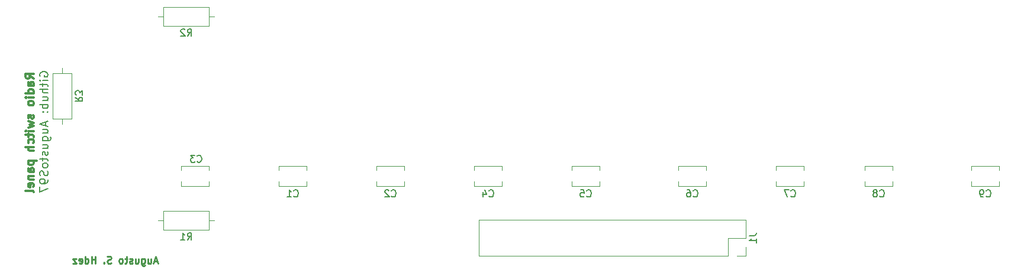
<source format=gbr>
%TF.GenerationSoftware,KiCad,Pcbnew,(5.1.9)-1*%
%TF.CreationDate,2021-09-28T20:53:43+01:00*%
%TF.ProjectId,cessna_switch_radio,63657373-6e61-45f7-9377-697463685f72,rev?*%
%TF.SameCoordinates,Original*%
%TF.FileFunction,Legend,Bot*%
%TF.FilePolarity,Positive*%
%FSLAX46Y46*%
G04 Gerber Fmt 4.6, Leading zero omitted, Abs format (unit mm)*
G04 Created by KiCad (PCBNEW (5.1.9)-1) date 2021-09-28 20:53:43*
%MOMM*%
%LPD*%
G01*
G04 APERTURE LIST*
%ADD10C,0.150000*%
%ADD11C,0.300000*%
%ADD12C,0.250000*%
%ADD13C,0.120000*%
G04 APERTURE END LIST*
D10*
X32420000Y-36535714D02*
X32362857Y-36421428D01*
X32362857Y-36250000D01*
X32420000Y-36078571D01*
X32534285Y-35964285D01*
X32648571Y-35907142D01*
X32877142Y-35850000D01*
X33048571Y-35850000D01*
X33277142Y-35907142D01*
X33391428Y-35964285D01*
X33505714Y-36078571D01*
X33562857Y-36250000D01*
X33562857Y-36364285D01*
X33505714Y-36535714D01*
X33448571Y-36592857D01*
X33048571Y-36592857D01*
X33048571Y-36364285D01*
X33562857Y-37107142D02*
X32762857Y-37107142D01*
X32362857Y-37107142D02*
X32420000Y-37050000D01*
X32477142Y-37107142D01*
X32420000Y-37164285D01*
X32362857Y-37107142D01*
X32477142Y-37107142D01*
X32762857Y-37507142D02*
X32762857Y-37964285D01*
X32362857Y-37678571D02*
X33391428Y-37678571D01*
X33505714Y-37735714D01*
X33562857Y-37850000D01*
X33562857Y-37964285D01*
X33562857Y-38364285D02*
X32362857Y-38364285D01*
X33562857Y-38878571D02*
X32934285Y-38878571D01*
X32820000Y-38821428D01*
X32762857Y-38707142D01*
X32762857Y-38535714D01*
X32820000Y-38421428D01*
X32877142Y-38364285D01*
X32762857Y-39964285D02*
X33562857Y-39964285D01*
X32762857Y-39450000D02*
X33391428Y-39450000D01*
X33505714Y-39507142D01*
X33562857Y-39621428D01*
X33562857Y-39792857D01*
X33505714Y-39907142D01*
X33448571Y-39964285D01*
X33562857Y-40535714D02*
X32362857Y-40535714D01*
X32820000Y-40535714D02*
X32762857Y-40650000D01*
X32762857Y-40878571D01*
X32820000Y-40992857D01*
X32877142Y-41050000D01*
X32991428Y-41107142D01*
X33334285Y-41107142D01*
X33448571Y-41050000D01*
X33505714Y-40992857D01*
X33562857Y-40878571D01*
X33562857Y-40650000D01*
X33505714Y-40535714D01*
X33448571Y-41621428D02*
X33505714Y-41678571D01*
X33562857Y-41621428D01*
X33505714Y-41564285D01*
X33448571Y-41621428D01*
X33562857Y-41621428D01*
X32820000Y-41621428D02*
X32877142Y-41678571D01*
X32934285Y-41621428D01*
X32877142Y-41564285D01*
X32820000Y-41621428D01*
X32934285Y-41621428D01*
X33220000Y-43050000D02*
X33220000Y-43621428D01*
X33562857Y-42935714D02*
X32362857Y-43335714D01*
X33562857Y-43735714D01*
X32762857Y-44650000D02*
X33562857Y-44650000D01*
X32762857Y-44135714D02*
X33391428Y-44135714D01*
X33505714Y-44192857D01*
X33562857Y-44307142D01*
X33562857Y-44478571D01*
X33505714Y-44592857D01*
X33448571Y-44650000D01*
X32762857Y-45735714D02*
X33734285Y-45735714D01*
X33848571Y-45678571D01*
X33905714Y-45621428D01*
X33962857Y-45507142D01*
X33962857Y-45335714D01*
X33905714Y-45221428D01*
X33505714Y-45735714D02*
X33562857Y-45621428D01*
X33562857Y-45392857D01*
X33505714Y-45278571D01*
X33448571Y-45221428D01*
X33334285Y-45164285D01*
X32991428Y-45164285D01*
X32877142Y-45221428D01*
X32820000Y-45278571D01*
X32762857Y-45392857D01*
X32762857Y-45621428D01*
X32820000Y-45735714D01*
X32762857Y-46821428D02*
X33562857Y-46821428D01*
X32762857Y-46307142D02*
X33391428Y-46307142D01*
X33505714Y-46364285D01*
X33562857Y-46478571D01*
X33562857Y-46650000D01*
X33505714Y-46764285D01*
X33448571Y-46821428D01*
X33505714Y-47335714D02*
X33562857Y-47450000D01*
X33562857Y-47678571D01*
X33505714Y-47792857D01*
X33391428Y-47850000D01*
X33334285Y-47850000D01*
X33220000Y-47792857D01*
X33162857Y-47678571D01*
X33162857Y-47507142D01*
X33105714Y-47392857D01*
X32991428Y-47335714D01*
X32934285Y-47335714D01*
X32820000Y-47392857D01*
X32762857Y-47507142D01*
X32762857Y-47678571D01*
X32820000Y-47792857D01*
X32762857Y-48192857D02*
X32762857Y-48650000D01*
X32362857Y-48364285D02*
X33391428Y-48364285D01*
X33505714Y-48421428D01*
X33562857Y-48535714D01*
X33562857Y-48650000D01*
X33562857Y-49221428D02*
X33505714Y-49107142D01*
X33448571Y-49050000D01*
X33334285Y-48992857D01*
X32991428Y-48992857D01*
X32877142Y-49050000D01*
X32820000Y-49107142D01*
X32762857Y-49221428D01*
X32762857Y-49392857D01*
X32820000Y-49507142D01*
X32877142Y-49564285D01*
X32991428Y-49621428D01*
X33334285Y-49621428D01*
X33448571Y-49564285D01*
X33505714Y-49507142D01*
X33562857Y-49392857D01*
X33562857Y-49221428D01*
X33505714Y-50078571D02*
X33562857Y-50250000D01*
X33562857Y-50535714D01*
X33505714Y-50650000D01*
X33448571Y-50707142D01*
X33334285Y-50764285D01*
X33220000Y-50764285D01*
X33105714Y-50707142D01*
X33048571Y-50650000D01*
X32991428Y-50535714D01*
X32934285Y-50307142D01*
X32877142Y-50192857D01*
X32820000Y-50135714D01*
X32705714Y-50078571D01*
X32591428Y-50078571D01*
X32477142Y-50135714D01*
X32420000Y-50192857D01*
X32362857Y-50307142D01*
X32362857Y-50592857D01*
X32420000Y-50764285D01*
X33562857Y-51335714D02*
X33562857Y-51564285D01*
X33505714Y-51678571D01*
X33448571Y-51735714D01*
X33277142Y-51850000D01*
X33048571Y-51907142D01*
X32591428Y-51907142D01*
X32477142Y-51850000D01*
X32420000Y-51792857D01*
X32362857Y-51678571D01*
X32362857Y-51450000D01*
X32420000Y-51335714D01*
X32477142Y-51278571D01*
X32591428Y-51221428D01*
X32877142Y-51221428D01*
X32991428Y-51278571D01*
X33048571Y-51335714D01*
X33105714Y-51450000D01*
X33105714Y-51678571D01*
X33048571Y-51792857D01*
X32991428Y-51850000D01*
X32877142Y-51907142D01*
X32362857Y-52307142D02*
X32362857Y-53107142D01*
X33562857Y-52592857D01*
D11*
X31530857Y-36862714D02*
X30959428Y-36462714D01*
X31530857Y-36177000D02*
X30330857Y-36177000D01*
X30330857Y-36634142D01*
X30388000Y-36748428D01*
X30445142Y-36805571D01*
X30559428Y-36862714D01*
X30730857Y-36862714D01*
X30845142Y-36805571D01*
X30902285Y-36748428D01*
X30959428Y-36634142D01*
X30959428Y-36177000D01*
X31530857Y-37891285D02*
X30902285Y-37891285D01*
X30788000Y-37834142D01*
X30730857Y-37719857D01*
X30730857Y-37491285D01*
X30788000Y-37377000D01*
X31473714Y-37891285D02*
X31530857Y-37777000D01*
X31530857Y-37491285D01*
X31473714Y-37377000D01*
X31359428Y-37319857D01*
X31245142Y-37319857D01*
X31130857Y-37377000D01*
X31073714Y-37491285D01*
X31073714Y-37777000D01*
X31016571Y-37891285D01*
X31530857Y-38977000D02*
X30330857Y-38977000D01*
X31473714Y-38977000D02*
X31530857Y-38862714D01*
X31530857Y-38634142D01*
X31473714Y-38519857D01*
X31416571Y-38462714D01*
X31302285Y-38405571D01*
X30959428Y-38405571D01*
X30845142Y-38462714D01*
X30788000Y-38519857D01*
X30730857Y-38634142D01*
X30730857Y-38862714D01*
X30788000Y-38977000D01*
X31530857Y-39548428D02*
X30730857Y-39548428D01*
X30330857Y-39548428D02*
X30388000Y-39491285D01*
X30445142Y-39548428D01*
X30388000Y-39605571D01*
X30330857Y-39548428D01*
X30445142Y-39548428D01*
X31530857Y-40291285D02*
X31473714Y-40177000D01*
X31416571Y-40119857D01*
X31302285Y-40062714D01*
X30959428Y-40062714D01*
X30845142Y-40119857D01*
X30788000Y-40177000D01*
X30730857Y-40291285D01*
X30730857Y-40462714D01*
X30788000Y-40577000D01*
X30845142Y-40634142D01*
X30959428Y-40691285D01*
X31302285Y-40691285D01*
X31416571Y-40634142D01*
X31473714Y-40577000D01*
X31530857Y-40462714D01*
X31530857Y-40291285D01*
X31473714Y-42062714D02*
X31530857Y-42177000D01*
X31530857Y-42405571D01*
X31473714Y-42519857D01*
X31359428Y-42577000D01*
X31302285Y-42577000D01*
X31188000Y-42519857D01*
X31130857Y-42405571D01*
X31130857Y-42234142D01*
X31073714Y-42119857D01*
X30959428Y-42062714D01*
X30902285Y-42062714D01*
X30788000Y-42119857D01*
X30730857Y-42234142D01*
X30730857Y-42405571D01*
X30788000Y-42519857D01*
X30730857Y-42977000D02*
X31530857Y-43205571D01*
X30959428Y-43434142D01*
X31530857Y-43662714D01*
X30730857Y-43891285D01*
X31530857Y-44348428D02*
X30730857Y-44348428D01*
X30330857Y-44348428D02*
X30388000Y-44291285D01*
X30445142Y-44348428D01*
X30388000Y-44405571D01*
X30330857Y-44348428D01*
X30445142Y-44348428D01*
X30730857Y-44748428D02*
X30730857Y-45205571D01*
X30330857Y-44919857D02*
X31359428Y-44919857D01*
X31473714Y-44977000D01*
X31530857Y-45091285D01*
X31530857Y-45205571D01*
X31473714Y-46119857D02*
X31530857Y-46005571D01*
X31530857Y-45777000D01*
X31473714Y-45662714D01*
X31416571Y-45605571D01*
X31302285Y-45548428D01*
X30959428Y-45548428D01*
X30845142Y-45605571D01*
X30788000Y-45662714D01*
X30730857Y-45777000D01*
X30730857Y-46005571D01*
X30788000Y-46119857D01*
X31530857Y-46634142D02*
X30330857Y-46634142D01*
X31530857Y-47148428D02*
X30902285Y-47148428D01*
X30788000Y-47091285D01*
X30730857Y-46976999D01*
X30730857Y-46805571D01*
X30788000Y-46691285D01*
X30845142Y-46634142D01*
X30730857Y-48634142D02*
X31930857Y-48634142D01*
X30788000Y-48634142D02*
X30730857Y-48748428D01*
X30730857Y-48976999D01*
X30788000Y-49091285D01*
X30845142Y-49148428D01*
X30959428Y-49205571D01*
X31302285Y-49205571D01*
X31416571Y-49148428D01*
X31473714Y-49091285D01*
X31530857Y-48976999D01*
X31530857Y-48748428D01*
X31473714Y-48634142D01*
X31530857Y-50234142D02*
X30902285Y-50234142D01*
X30788000Y-50176999D01*
X30730857Y-50062714D01*
X30730857Y-49834142D01*
X30788000Y-49719857D01*
X31473714Y-50234142D02*
X31530857Y-50119857D01*
X31530857Y-49834142D01*
X31473714Y-49719857D01*
X31359428Y-49662714D01*
X31245142Y-49662714D01*
X31130857Y-49719857D01*
X31073714Y-49834142D01*
X31073714Y-50119857D01*
X31016571Y-50234142D01*
X30730857Y-50805571D02*
X31530857Y-50805571D01*
X30845142Y-50805571D02*
X30788000Y-50862714D01*
X30730857Y-50976999D01*
X30730857Y-51148428D01*
X30788000Y-51262714D01*
X30902285Y-51319857D01*
X31530857Y-51319857D01*
X31473714Y-52348428D02*
X31530857Y-52234142D01*
X31530857Y-52005571D01*
X31473714Y-51891285D01*
X31359428Y-51834142D01*
X30902285Y-51834142D01*
X30788000Y-51891285D01*
X30730857Y-52005571D01*
X30730857Y-52234142D01*
X30788000Y-52348428D01*
X30902285Y-52405571D01*
X31016571Y-52405571D01*
X31130857Y-51834142D01*
X31530857Y-53091285D02*
X31473714Y-52976999D01*
X31359428Y-52919857D01*
X30330857Y-52919857D01*
D12*
X49203809Y-63031666D02*
X48727619Y-63031666D01*
X49299047Y-63317380D02*
X48965714Y-62317380D01*
X48632380Y-63317380D01*
X47870476Y-62650714D02*
X47870476Y-63317380D01*
X48299047Y-62650714D02*
X48299047Y-63174523D01*
X48251428Y-63269761D01*
X48156190Y-63317380D01*
X48013333Y-63317380D01*
X47918095Y-63269761D01*
X47870476Y-63222142D01*
X46965714Y-62650714D02*
X46965714Y-63460238D01*
X47013333Y-63555476D01*
X47060952Y-63603095D01*
X47156190Y-63650714D01*
X47299047Y-63650714D01*
X47394285Y-63603095D01*
X46965714Y-63269761D02*
X47060952Y-63317380D01*
X47251428Y-63317380D01*
X47346666Y-63269761D01*
X47394285Y-63222142D01*
X47441904Y-63126904D01*
X47441904Y-62841190D01*
X47394285Y-62745952D01*
X47346666Y-62698333D01*
X47251428Y-62650714D01*
X47060952Y-62650714D01*
X46965714Y-62698333D01*
X46060952Y-62650714D02*
X46060952Y-63317380D01*
X46489523Y-62650714D02*
X46489523Y-63174523D01*
X46441904Y-63269761D01*
X46346666Y-63317380D01*
X46203809Y-63317380D01*
X46108571Y-63269761D01*
X46060952Y-63222142D01*
X45632380Y-63269761D02*
X45537142Y-63317380D01*
X45346666Y-63317380D01*
X45251428Y-63269761D01*
X45203809Y-63174523D01*
X45203809Y-63126904D01*
X45251428Y-63031666D01*
X45346666Y-62984047D01*
X45489523Y-62984047D01*
X45584761Y-62936428D01*
X45632380Y-62841190D01*
X45632380Y-62793571D01*
X45584761Y-62698333D01*
X45489523Y-62650714D01*
X45346666Y-62650714D01*
X45251428Y-62698333D01*
X44918095Y-62650714D02*
X44537142Y-62650714D01*
X44775238Y-62317380D02*
X44775238Y-63174523D01*
X44727619Y-63269761D01*
X44632380Y-63317380D01*
X44537142Y-63317380D01*
X44060952Y-63317380D02*
X44156190Y-63269761D01*
X44203809Y-63222142D01*
X44251428Y-63126904D01*
X44251428Y-62841190D01*
X44203809Y-62745952D01*
X44156190Y-62698333D01*
X44060952Y-62650714D01*
X43918095Y-62650714D01*
X43822857Y-62698333D01*
X43775238Y-62745952D01*
X43727619Y-62841190D01*
X43727619Y-63126904D01*
X43775238Y-63222142D01*
X43822857Y-63269761D01*
X43918095Y-63317380D01*
X44060952Y-63317380D01*
X42584761Y-63269761D02*
X42441904Y-63317380D01*
X42203809Y-63317380D01*
X42108571Y-63269761D01*
X42060952Y-63222142D01*
X42013333Y-63126904D01*
X42013333Y-63031666D01*
X42060952Y-62936428D01*
X42108571Y-62888809D01*
X42203809Y-62841190D01*
X42394285Y-62793571D01*
X42489523Y-62745952D01*
X42537142Y-62698333D01*
X42584761Y-62603095D01*
X42584761Y-62507857D01*
X42537142Y-62412619D01*
X42489523Y-62365000D01*
X42394285Y-62317380D01*
X42156190Y-62317380D01*
X42013333Y-62365000D01*
X41584761Y-63222142D02*
X41537142Y-63269761D01*
X41584761Y-63317380D01*
X41632380Y-63269761D01*
X41584761Y-63222142D01*
X41584761Y-63317380D01*
X40346666Y-63317380D02*
X40346666Y-62317380D01*
X40346666Y-62793571D02*
X39775238Y-62793571D01*
X39775238Y-63317380D02*
X39775238Y-62317380D01*
X38870476Y-63317380D02*
X38870476Y-62317380D01*
X38870476Y-63269761D02*
X38965714Y-63317380D01*
X39156190Y-63317380D01*
X39251428Y-63269761D01*
X39299047Y-63222142D01*
X39346666Y-63126904D01*
X39346666Y-62841190D01*
X39299047Y-62745952D01*
X39251428Y-62698333D01*
X39156190Y-62650714D01*
X38965714Y-62650714D01*
X38870476Y-62698333D01*
X38013333Y-63269761D02*
X38108571Y-63317380D01*
X38299047Y-63317380D01*
X38394285Y-63269761D01*
X38441904Y-63174523D01*
X38441904Y-62793571D01*
X38394285Y-62698333D01*
X38299047Y-62650714D01*
X38108571Y-62650714D01*
X38013333Y-62698333D01*
X37965714Y-62793571D01*
X37965714Y-62888809D01*
X38441904Y-62984047D01*
X37632380Y-62650714D02*
X37108571Y-62650714D01*
X37632380Y-63317380D01*
X37108571Y-63317380D01*
D13*
%TO.C,R3*%
X36930000Y-42640000D02*
X34190000Y-42640000D01*
X34190000Y-42640000D02*
X34190000Y-36100000D01*
X34190000Y-36100000D02*
X36930000Y-36100000D01*
X36930000Y-36100000D02*
X36930000Y-42640000D01*
X35560000Y-43410000D02*
X35560000Y-42640000D01*
X35560000Y-35330000D02*
X35560000Y-36100000D01*
%TO.C,R2*%
X50070000Y-29310000D02*
X50070000Y-26570000D01*
X50070000Y-26570000D02*
X56610000Y-26570000D01*
X56610000Y-26570000D02*
X56610000Y-29310000D01*
X56610000Y-29310000D02*
X50070000Y-29310000D01*
X49300000Y-27940000D02*
X50070000Y-27940000D01*
X57380000Y-27940000D02*
X56610000Y-27940000D01*
%TO.C,R1*%
X50070000Y-58520000D02*
X50070000Y-55780000D01*
X50070000Y-55780000D02*
X56610000Y-55780000D01*
X56610000Y-55780000D02*
X56610000Y-58520000D01*
X56610000Y-58520000D02*
X50070000Y-58520000D01*
X49300000Y-57150000D02*
X50070000Y-57150000D01*
X57380000Y-57150000D02*
X56610000Y-57150000D01*
%TO.C,C9*%
X165600000Y-52220000D02*
X169640000Y-52220000D01*
X165600000Y-49380000D02*
X169640000Y-49380000D01*
X165600000Y-52220000D02*
X165600000Y-51595000D01*
X165600000Y-50005000D02*
X165600000Y-49380000D01*
X169640000Y-52220000D02*
X169640000Y-51595000D01*
X169640000Y-50005000D02*
X169640000Y-49380000D01*
%TO.C,C8*%
X150360000Y-52220000D02*
X154400000Y-52220000D01*
X150360000Y-49380000D02*
X154400000Y-49380000D01*
X150360000Y-52220000D02*
X150360000Y-51595000D01*
X150360000Y-50005000D02*
X150360000Y-49380000D01*
X154400000Y-52220000D02*
X154400000Y-51595000D01*
X154400000Y-50005000D02*
X154400000Y-49380000D01*
%TO.C,C7*%
X137660000Y-52220000D02*
X141700000Y-52220000D01*
X137660000Y-49380000D02*
X141700000Y-49380000D01*
X137660000Y-52220000D02*
X137660000Y-51595000D01*
X137660000Y-50005000D02*
X137660000Y-49380000D01*
X141700000Y-52220000D02*
X141700000Y-51595000D01*
X141700000Y-50005000D02*
X141700000Y-49380000D01*
%TO.C,C6*%
X123690000Y-52220000D02*
X127730000Y-52220000D01*
X123690000Y-49380000D02*
X127730000Y-49380000D01*
X123690000Y-52220000D02*
X123690000Y-51595000D01*
X123690000Y-50005000D02*
X123690000Y-49380000D01*
X127730000Y-52220000D02*
X127730000Y-51595000D01*
X127730000Y-50005000D02*
X127730000Y-49380000D01*
%TO.C,C5*%
X108450000Y-52220000D02*
X112490000Y-52220000D01*
X108450000Y-49380000D02*
X112490000Y-49380000D01*
X108450000Y-52220000D02*
X108450000Y-51595000D01*
X108450000Y-50005000D02*
X108450000Y-49380000D01*
X112490000Y-52220000D02*
X112490000Y-51595000D01*
X112490000Y-50005000D02*
X112490000Y-49380000D01*
%TO.C,C4*%
X94480000Y-52220000D02*
X98520000Y-52220000D01*
X94480000Y-49380000D02*
X98520000Y-49380000D01*
X94480000Y-52220000D02*
X94480000Y-51595000D01*
X94480000Y-50005000D02*
X94480000Y-49380000D01*
X98520000Y-52220000D02*
X98520000Y-51595000D01*
X98520000Y-50005000D02*
X98520000Y-49380000D01*
%TO.C,C2*%
X80510000Y-52220000D02*
X84550000Y-52220000D01*
X80510000Y-49380000D02*
X84550000Y-49380000D01*
X80510000Y-52220000D02*
X80510000Y-51595000D01*
X80510000Y-50005000D02*
X80510000Y-49380000D01*
X84550000Y-52220000D02*
X84550000Y-51595000D01*
X84550000Y-50005000D02*
X84550000Y-49380000D01*
%TO.C,C1*%
X66540000Y-52220000D02*
X70580000Y-52220000D01*
X66540000Y-49380000D02*
X70580000Y-49380000D01*
X66540000Y-52220000D02*
X66540000Y-51595000D01*
X66540000Y-50005000D02*
X66540000Y-49380000D01*
X70580000Y-52220000D02*
X70580000Y-51595000D01*
X70580000Y-50005000D02*
X70580000Y-49380000D01*
%TO.C,J1*%
X95190000Y-62290000D02*
X95190000Y-57090000D01*
X130810000Y-62290000D02*
X95190000Y-62290000D01*
X133410000Y-57090000D02*
X95190000Y-57090000D01*
X130810000Y-62290000D02*
X130810000Y-59690000D01*
X130810000Y-59690000D02*
X133410000Y-59690000D01*
X133410000Y-59690000D02*
X133410000Y-57090000D01*
X132080000Y-62290000D02*
X133410000Y-62290000D01*
X133410000Y-62290000D02*
X133410000Y-60960000D01*
%TO.C,C3*%
X52570000Y-52220000D02*
X56610000Y-52220000D01*
X52570000Y-49380000D02*
X56610000Y-49380000D01*
X52570000Y-52220000D02*
X52570000Y-51595000D01*
X52570000Y-50005000D02*
X52570000Y-49380000D01*
X56610000Y-52220000D02*
X56610000Y-51595000D01*
X56610000Y-50005000D02*
X56610000Y-49380000D01*
%TO.C,R3*%
D10*
X37477619Y-39536666D02*
X37953809Y-39870000D01*
X37477619Y-40108095D02*
X38477619Y-40108095D01*
X38477619Y-39727142D01*
X38430000Y-39631904D01*
X38382380Y-39584285D01*
X38287142Y-39536666D01*
X38144285Y-39536666D01*
X38049047Y-39584285D01*
X38001428Y-39631904D01*
X37953809Y-39727142D01*
X37953809Y-40108095D01*
X38477619Y-39203333D02*
X38477619Y-38584285D01*
X38096666Y-38917619D01*
X38096666Y-38774761D01*
X38049047Y-38679523D01*
X38001428Y-38631904D01*
X37906190Y-38584285D01*
X37668095Y-38584285D01*
X37572857Y-38631904D01*
X37525238Y-38679523D01*
X37477619Y-38774761D01*
X37477619Y-39060476D01*
X37525238Y-39155714D01*
X37572857Y-39203333D01*
%TO.C,R2*%
X53506666Y-30762380D02*
X53840000Y-30286190D01*
X54078095Y-30762380D02*
X54078095Y-29762380D01*
X53697142Y-29762380D01*
X53601904Y-29810000D01*
X53554285Y-29857619D01*
X53506666Y-29952857D01*
X53506666Y-30095714D01*
X53554285Y-30190952D01*
X53601904Y-30238571D01*
X53697142Y-30286190D01*
X54078095Y-30286190D01*
X53125714Y-29857619D02*
X53078095Y-29810000D01*
X52982857Y-29762380D01*
X52744761Y-29762380D01*
X52649523Y-29810000D01*
X52601904Y-29857619D01*
X52554285Y-29952857D01*
X52554285Y-30048095D01*
X52601904Y-30190952D01*
X53173333Y-30762380D01*
X52554285Y-30762380D01*
%TO.C,R1*%
X53506666Y-59972380D02*
X53840000Y-59496190D01*
X54078095Y-59972380D02*
X54078095Y-58972380D01*
X53697142Y-58972380D01*
X53601904Y-59020000D01*
X53554285Y-59067619D01*
X53506666Y-59162857D01*
X53506666Y-59305714D01*
X53554285Y-59400952D01*
X53601904Y-59448571D01*
X53697142Y-59496190D01*
X54078095Y-59496190D01*
X52554285Y-59972380D02*
X53125714Y-59972380D01*
X52840000Y-59972380D02*
X52840000Y-58972380D01*
X52935238Y-59115238D01*
X53030476Y-59210476D01*
X53125714Y-59258095D01*
%TO.C,C9*%
X167786666Y-53707142D02*
X167834285Y-53754761D01*
X167977142Y-53802380D01*
X168072380Y-53802380D01*
X168215238Y-53754761D01*
X168310476Y-53659523D01*
X168358095Y-53564285D01*
X168405714Y-53373809D01*
X168405714Y-53230952D01*
X168358095Y-53040476D01*
X168310476Y-52945238D01*
X168215238Y-52850000D01*
X168072380Y-52802380D01*
X167977142Y-52802380D01*
X167834285Y-52850000D01*
X167786666Y-52897619D01*
X167310476Y-53802380D02*
X167120000Y-53802380D01*
X167024761Y-53754761D01*
X166977142Y-53707142D01*
X166881904Y-53564285D01*
X166834285Y-53373809D01*
X166834285Y-52992857D01*
X166881904Y-52897619D01*
X166929523Y-52850000D01*
X167024761Y-52802380D01*
X167215238Y-52802380D01*
X167310476Y-52850000D01*
X167358095Y-52897619D01*
X167405714Y-52992857D01*
X167405714Y-53230952D01*
X167358095Y-53326190D01*
X167310476Y-53373809D01*
X167215238Y-53421428D01*
X167024761Y-53421428D01*
X166929523Y-53373809D01*
X166881904Y-53326190D01*
X166834285Y-53230952D01*
%TO.C,C8*%
X152546666Y-53707142D02*
X152594285Y-53754761D01*
X152737142Y-53802380D01*
X152832380Y-53802380D01*
X152975238Y-53754761D01*
X153070476Y-53659523D01*
X153118095Y-53564285D01*
X153165714Y-53373809D01*
X153165714Y-53230952D01*
X153118095Y-53040476D01*
X153070476Y-52945238D01*
X152975238Y-52850000D01*
X152832380Y-52802380D01*
X152737142Y-52802380D01*
X152594285Y-52850000D01*
X152546666Y-52897619D01*
X151975238Y-53230952D02*
X152070476Y-53183333D01*
X152118095Y-53135714D01*
X152165714Y-53040476D01*
X152165714Y-52992857D01*
X152118095Y-52897619D01*
X152070476Y-52850000D01*
X151975238Y-52802380D01*
X151784761Y-52802380D01*
X151689523Y-52850000D01*
X151641904Y-52897619D01*
X151594285Y-52992857D01*
X151594285Y-53040476D01*
X151641904Y-53135714D01*
X151689523Y-53183333D01*
X151784761Y-53230952D01*
X151975238Y-53230952D01*
X152070476Y-53278571D01*
X152118095Y-53326190D01*
X152165714Y-53421428D01*
X152165714Y-53611904D01*
X152118095Y-53707142D01*
X152070476Y-53754761D01*
X151975238Y-53802380D01*
X151784761Y-53802380D01*
X151689523Y-53754761D01*
X151641904Y-53707142D01*
X151594285Y-53611904D01*
X151594285Y-53421428D01*
X151641904Y-53326190D01*
X151689523Y-53278571D01*
X151784761Y-53230952D01*
%TO.C,C7*%
X139846666Y-53707142D02*
X139894285Y-53754761D01*
X140037142Y-53802380D01*
X140132380Y-53802380D01*
X140275238Y-53754761D01*
X140370476Y-53659523D01*
X140418095Y-53564285D01*
X140465714Y-53373809D01*
X140465714Y-53230952D01*
X140418095Y-53040476D01*
X140370476Y-52945238D01*
X140275238Y-52850000D01*
X140132380Y-52802380D01*
X140037142Y-52802380D01*
X139894285Y-52850000D01*
X139846666Y-52897619D01*
X139513333Y-52802380D02*
X138846666Y-52802380D01*
X139275238Y-53802380D01*
%TO.C,C6*%
X125876666Y-53707142D02*
X125924285Y-53754761D01*
X126067142Y-53802380D01*
X126162380Y-53802380D01*
X126305238Y-53754761D01*
X126400476Y-53659523D01*
X126448095Y-53564285D01*
X126495714Y-53373809D01*
X126495714Y-53230952D01*
X126448095Y-53040476D01*
X126400476Y-52945238D01*
X126305238Y-52850000D01*
X126162380Y-52802380D01*
X126067142Y-52802380D01*
X125924285Y-52850000D01*
X125876666Y-52897619D01*
X125019523Y-52802380D02*
X125210000Y-52802380D01*
X125305238Y-52850000D01*
X125352857Y-52897619D01*
X125448095Y-53040476D01*
X125495714Y-53230952D01*
X125495714Y-53611904D01*
X125448095Y-53707142D01*
X125400476Y-53754761D01*
X125305238Y-53802380D01*
X125114761Y-53802380D01*
X125019523Y-53754761D01*
X124971904Y-53707142D01*
X124924285Y-53611904D01*
X124924285Y-53373809D01*
X124971904Y-53278571D01*
X125019523Y-53230952D01*
X125114761Y-53183333D01*
X125305238Y-53183333D01*
X125400476Y-53230952D01*
X125448095Y-53278571D01*
X125495714Y-53373809D01*
%TO.C,C5*%
X110636666Y-53707142D02*
X110684285Y-53754761D01*
X110827142Y-53802380D01*
X110922380Y-53802380D01*
X111065238Y-53754761D01*
X111160476Y-53659523D01*
X111208095Y-53564285D01*
X111255714Y-53373809D01*
X111255714Y-53230952D01*
X111208095Y-53040476D01*
X111160476Y-52945238D01*
X111065238Y-52850000D01*
X110922380Y-52802380D01*
X110827142Y-52802380D01*
X110684285Y-52850000D01*
X110636666Y-52897619D01*
X109731904Y-52802380D02*
X110208095Y-52802380D01*
X110255714Y-53278571D01*
X110208095Y-53230952D01*
X110112857Y-53183333D01*
X109874761Y-53183333D01*
X109779523Y-53230952D01*
X109731904Y-53278571D01*
X109684285Y-53373809D01*
X109684285Y-53611904D01*
X109731904Y-53707142D01*
X109779523Y-53754761D01*
X109874761Y-53802380D01*
X110112857Y-53802380D01*
X110208095Y-53754761D01*
X110255714Y-53707142D01*
%TO.C,C4*%
X96666666Y-53707142D02*
X96714285Y-53754761D01*
X96857142Y-53802380D01*
X96952380Y-53802380D01*
X97095238Y-53754761D01*
X97190476Y-53659523D01*
X97238095Y-53564285D01*
X97285714Y-53373809D01*
X97285714Y-53230952D01*
X97238095Y-53040476D01*
X97190476Y-52945238D01*
X97095238Y-52850000D01*
X96952380Y-52802380D01*
X96857142Y-52802380D01*
X96714285Y-52850000D01*
X96666666Y-52897619D01*
X95809523Y-53135714D02*
X95809523Y-53802380D01*
X96047619Y-52754761D02*
X96285714Y-53469047D01*
X95666666Y-53469047D01*
%TO.C,C2*%
X82696666Y-53707142D02*
X82744285Y-53754761D01*
X82887142Y-53802380D01*
X82982380Y-53802380D01*
X83125238Y-53754761D01*
X83220476Y-53659523D01*
X83268095Y-53564285D01*
X83315714Y-53373809D01*
X83315714Y-53230952D01*
X83268095Y-53040476D01*
X83220476Y-52945238D01*
X83125238Y-52850000D01*
X82982380Y-52802380D01*
X82887142Y-52802380D01*
X82744285Y-52850000D01*
X82696666Y-52897619D01*
X82315714Y-52897619D02*
X82268095Y-52850000D01*
X82172857Y-52802380D01*
X81934761Y-52802380D01*
X81839523Y-52850000D01*
X81791904Y-52897619D01*
X81744285Y-52992857D01*
X81744285Y-53088095D01*
X81791904Y-53230952D01*
X82363333Y-53802380D01*
X81744285Y-53802380D01*
%TO.C,C1*%
X68726666Y-53707142D02*
X68774285Y-53754761D01*
X68917142Y-53802380D01*
X69012380Y-53802380D01*
X69155238Y-53754761D01*
X69250476Y-53659523D01*
X69298095Y-53564285D01*
X69345714Y-53373809D01*
X69345714Y-53230952D01*
X69298095Y-53040476D01*
X69250476Y-52945238D01*
X69155238Y-52850000D01*
X69012380Y-52802380D01*
X68917142Y-52802380D01*
X68774285Y-52850000D01*
X68726666Y-52897619D01*
X67774285Y-53802380D02*
X68345714Y-53802380D01*
X68060000Y-53802380D02*
X68060000Y-52802380D01*
X68155238Y-52945238D01*
X68250476Y-53040476D01*
X68345714Y-53088095D01*
%TO.C,J1*%
X133862380Y-59356666D02*
X134576666Y-59356666D01*
X134719523Y-59309047D01*
X134814761Y-59213809D01*
X134862380Y-59070952D01*
X134862380Y-58975714D01*
X134862380Y-60356666D02*
X134862380Y-59785238D01*
X134862380Y-60070952D02*
X133862380Y-60070952D01*
X134005238Y-59975714D01*
X134100476Y-59880476D01*
X134148095Y-59785238D01*
%TO.C,C3*%
X54903666Y-48744142D02*
X54951285Y-48791761D01*
X55094142Y-48839380D01*
X55189380Y-48839380D01*
X55332238Y-48791761D01*
X55427476Y-48696523D01*
X55475095Y-48601285D01*
X55522714Y-48410809D01*
X55522714Y-48267952D01*
X55475095Y-48077476D01*
X55427476Y-47982238D01*
X55332238Y-47887000D01*
X55189380Y-47839380D01*
X55094142Y-47839380D01*
X54951285Y-47887000D01*
X54903666Y-47934619D01*
X54570333Y-47839380D02*
X53951285Y-47839380D01*
X54284619Y-48220333D01*
X54141761Y-48220333D01*
X54046523Y-48267952D01*
X53998904Y-48315571D01*
X53951285Y-48410809D01*
X53951285Y-48648904D01*
X53998904Y-48744142D01*
X54046523Y-48791761D01*
X54141761Y-48839380D01*
X54427476Y-48839380D01*
X54522714Y-48791761D01*
X54570333Y-48744142D01*
%TD*%
M02*

</source>
